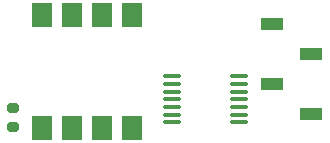
<source format=gbr>
%TF.GenerationSoftware,KiCad,Pcbnew,8.0.1*%
%TF.CreationDate,2025-01-27T15:49:21-05:00*%
%TF.ProjectId,PHY,5048592e-6b69-4636-9164-5f7063625858,rev?*%
%TF.SameCoordinates,Original*%
%TF.FileFunction,Paste,Top*%
%TF.FilePolarity,Positive*%
%FSLAX46Y46*%
G04 Gerber Fmt 4.6, Leading zero omitted, Abs format (unit mm)*
G04 Created by KiCad (PCBNEW 8.0.1) date 2025-01-27 15:49:21*
%MOMM*%
%LPD*%
G01*
G04 APERTURE LIST*
G04 Aperture macros list*
%AMRoundRect*
0 Rectangle with rounded corners*
0 $1 Rounding radius*
0 $2 $3 $4 $5 $6 $7 $8 $9 X,Y pos of 4 corners*
0 Add a 4 corners polygon primitive as box body*
4,1,4,$2,$3,$4,$5,$6,$7,$8,$9,$2,$3,0*
0 Add four circle primitives for the rounded corners*
1,1,$1+$1,$2,$3*
1,1,$1+$1,$4,$5*
1,1,$1+$1,$6,$7*
1,1,$1+$1,$8,$9*
0 Add four rect primitives between the rounded corners*
20,1,$1+$1,$2,$3,$4,$5,0*
20,1,$1+$1,$4,$5,$6,$7,0*
20,1,$1+$1,$6,$7,$8,$9,0*
20,1,$1+$1,$8,$9,$2,$3,0*%
G04 Aperture macros list end*
%ADD10R,1.900000X1.000000*%
%ADD11R,1.780000X2.000000*%
%ADD12RoundRect,0.100000X-0.637500X-0.100000X0.637500X-0.100000X0.637500X0.100000X-0.637500X0.100000X0*%
%ADD13RoundRect,0.200000X-0.275000X0.200000X-0.275000X-0.200000X0.275000X-0.200000X0.275000X0.200000X0*%
G04 APERTURE END LIST*
D10*
%TO.C,J1*%
X159050000Y-80900000D03*
X162350000Y-83440000D03*
X159050000Y-85980000D03*
X162350000Y-88520000D03*
%TD*%
D11*
%TO.C,U2*%
X139590000Y-89665000D03*
X142130000Y-89665000D03*
X144670000Y-89665000D03*
X147210000Y-89665000D03*
X147210000Y-80135000D03*
X144670000Y-80135000D03*
X142130000Y-80135000D03*
X139590000Y-80135000D03*
%TD*%
D12*
%TO.C,U1*%
X150532500Y-85305000D03*
X150532500Y-85955000D03*
X150532500Y-86605000D03*
X150532500Y-87255000D03*
X150532500Y-87905000D03*
X150532500Y-88555000D03*
X150532500Y-89205000D03*
X156257500Y-89205000D03*
X156257500Y-88555000D03*
X156257500Y-87905000D03*
X156257500Y-87255000D03*
X156257500Y-86605000D03*
X156257500Y-85955000D03*
X156257500Y-85305000D03*
%TD*%
D13*
%TO.C,R5*%
X137140000Y-87975000D03*
X137140000Y-89625000D03*
%TD*%
M02*

</source>
